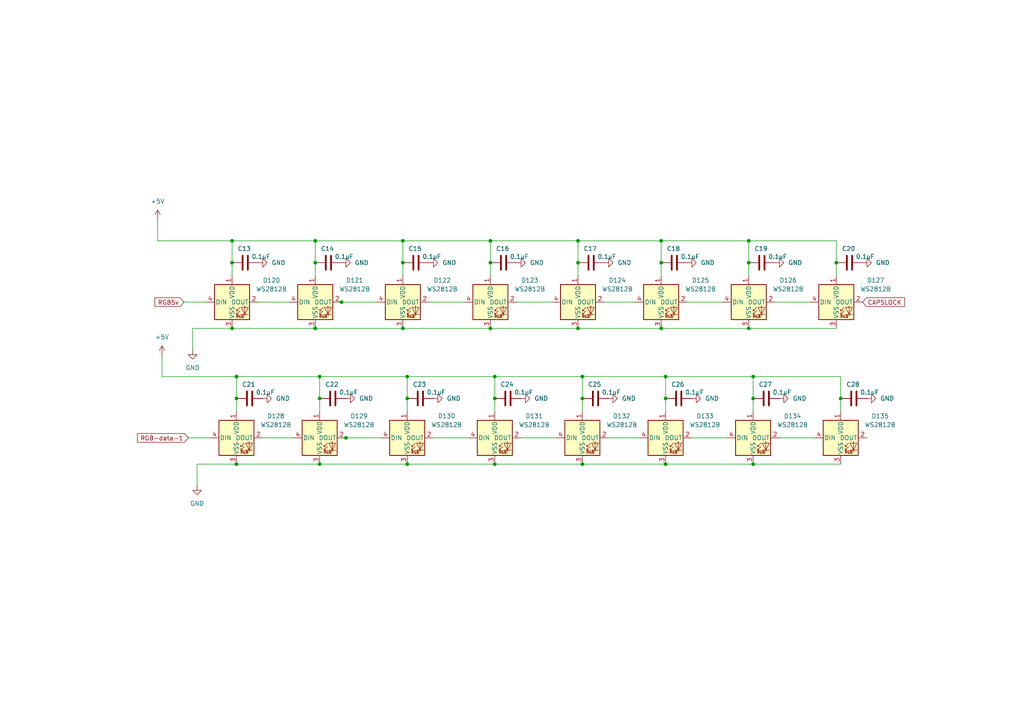
<source format=kicad_sch>
(kicad_sch (version 20231120) (generator "eeschema") (generator_version "8.0")
  (paper "A4")
  (lib_symbols
    (symbol "Device:C" (pin_numbers hide) (pin_names (offset 0.254))
      (property "Reference" "C" (at 0.635 2.54 0))
      (property "Value" "C" (at 0.635 -2.54 0))
      (symbol "C_0_1"
        (polyline (pts (xy -2.032 -0.762) (xy 2.032 -0.762)) (stroke (width 0.508)))
        (polyline (pts (xy -2.032 0.762) (xy 2.032 0.762)) (stroke (width 0.508)))
      )
      (symbol "C_1_1"
        (pin passive line (at 0 3.81 270) (length 2.794) (name "~") (number "1"))
        (pin passive line (at 0 -3.81 90) (length 2.794) (name "~") (number "2"))
      )
    )
    (symbol "LED:WS2812B" (pin_names (offset 0.254))
      (property "Reference" "D" (at 5.08 5.715 0))
      (property "Value" "WS2812B" (at 1.27 -5.715 0))
      (symbol "WS2812B_0_0"
        (text "RGB" (at 2.286 -4.191 0) (effects (font (size 0.762 0.762))))
      )
      (symbol "WS2812B_0_1"
        (polyline (pts (xy 1.27 -3.556) (xy 1.778 -3.556)))
        (polyline (pts (xy 1.27 -2.54) (xy 1.778 -2.54)))
        (polyline (pts (xy 4.699 -3.556) (xy 2.667 -3.556)))
        (polyline (pts (xy 2.286 -2.54) (xy 1.27 -3.556) (xy 1.27 -3.048)))
        (polyline (pts (xy 2.286 -1.524) (xy 1.27 -2.54) (xy 1.27 -2.032)))
        (polyline (pts (xy 3.683 -1.016) (xy 3.683 -3.556) (xy 3.683 -4.064)))
        (polyline (pts (xy 4.699 -1.524) (xy 2.667 -1.524) (xy 3.683 -3.556) (xy 4.699 -1.524)))
        (rectangle (start 5.08 5.08) (end -5.08 -5.08) (stroke (width 0.254)) (fill (type background)))
      )
      (symbol "WS2812B_1_1"
        (pin power_in line (at 0 7.62 270) (length 2.54) (name "VDD") (number "1"))
        (pin output line (at 7.62 0 180) (length 2.54) (name "DOUT") (number "2"))
        (pin power_in line (at 0 -7.62 90) (length 2.54) (name "VSS") (number "3"))
        (pin input line (at -7.62 0 0) (length 2.54) (name "DIN") (number "4"))
      )
    )
    (symbol "power:+5V" (power) (pin_numbers hide) (pin_names (offset 0) hide)
      (property "Value" "+5V" (at 0 3.556 0))
      (symbol "+5V_0_1"
        (polyline (pts (xy -0.762 1.27) (xy 0 2.54)))
        (polyline (pts (xy 0 0) (xy 0 2.54)))
        (polyline (pts (xy 0 2.54) (xy 0.762 1.27)))
      )
      (symbol "+5V_1_1"
        (pin power_in line (at 0 0 90) (length 0) (name "~") (number "1"))
      )
    )
    (symbol "power:GND" (power) (pin_numbers hide) (pin_names (offset 0) hide)
      (property "Value" "GND" (at 0 -3.81 0))
      (symbol "GND_0_1"
        (polyline (pts (xy 0 0) (xy 0 -1.27) (xy 1.27 -1.27) (xy 0 -2.54) (xy -1.27 -1.27) (xy 0 -1.27)))
      )
      (symbol "GND_1_1"
        (pin power_in line (at 0 0 270) (length 0) (name "~") (number "1"))
      )
    )
  )
  (junction (at 217.17 69.85))
  (junction (at 68.58 134.62))
  (junction (at 242.57 76.2))
  (junction (at 142.24 76.2))
  (junction (at 167.64 76.2))
  (junction (at 218.44 134.62))
  (junction (at 142.24 69.85))
  (junction (at 116.84 76.2))
  (junction (at 217.17 76.2))
  (junction (at 143.51 134.62))
  (junction (at 116.84 95.25))
  (junction (at 191.77 95.25))
  (junction (at 68.58 115.57))
  (junction (at 143.51 109.22))
  (junction (at 191.77 69.85))
  (junction (at 67.31 69.85))
  (junction (at 118.11 109.22))
  (junction (at 100.33 127))
  (junction (at 218.44 109.22))
  (junction (at 91.44 95.25))
  (junction (at 168.91 134.62))
  (junction (at 68.58 109.22))
  (junction (at 167.64 95.25))
  (junction (at 167.64 69.85))
  (junction (at 91.44 69.85))
  (junction (at 92.71 109.22))
  (junction (at 91.44 76.2))
  (junction (at 193.04 115.57))
  (junction (at 217.17 95.25))
  (junction (at 143.51 115.57))
  (junction (at 191.77 76.2))
  (junction (at 67.31 76.2))
  (junction (at 116.84 69.85))
  (junction (at 193.04 134.62))
  (junction (at 99.06 87.63))
  (junction (at 118.11 115.57))
  (junction (at 168.91 115.57))
  (junction (at 67.31 95.25))
  (junction (at 218.44 115.57))
  (junction (at 92.71 115.57))
  (junction (at 92.71 134.62))
  (junction (at 118.11 134.62))
  (junction (at 193.04 109.22))
  (junction (at 142.24 95.25))
  (junction (at 168.91 109.22))
  (junction (at 243.84 115.57))
  (wire (pts (xy 193.04 109.22) (xy 218.44 109.22)))
  (wire (pts (xy 116.84 69.85) (xy 116.84 76.2)))
  (wire (pts (xy 243.84 115.57) (xy 243.84 119.38)))
  (wire (pts (xy 118.11 115.57) (xy 118.11 119.38)))
  (wire (pts (xy 45.72 63.5) (xy 45.72 69.85)))
  (wire (pts (xy 116.84 76.2) (xy 116.84 80.01)))
  (wire (pts (xy 175.26 87.63) (xy 184.15 87.63)))
  (wire (pts (xy 143.51 109.22) (xy 143.51 115.57)))
  (wire (pts (xy 91.44 76.2) (xy 91.44 80.01)))
  (wire (pts (xy 218.44 109.22) (xy 243.84 109.22)))
  (wire (pts (xy 100.33 127) (xy 110.49 127)))
  (wire (pts (xy 191.77 69.85) (xy 217.17 69.85)))
  (wire (pts (xy 74.93 87.63) (xy 83.82 87.63)))
  (wire (pts (xy 116.84 69.85) (xy 142.24 69.85)))
  (wire (pts (xy 91.44 95.25) (xy 116.84 95.25)))
  (wire (pts (xy 67.31 69.85) (xy 67.31 76.2)))
  (wire (pts (xy 217.17 69.85) (xy 217.17 76.2)))
  (wire (pts (xy 67.31 76.2) (xy 67.31 80.01)))
  (wire (pts (xy 168.91 109.22) (xy 168.91 115.57)))
  (wire (pts (xy 200.66 127) (xy 210.82 127)))
  (wire (pts (xy 226.06 127) (xy 236.22 127)))
  (wire (pts (xy 191.77 76.2) (xy 191.77 80.01)))
  (wire (pts (xy 218.44 134.62) (xy 243.84 134.62)))
  (wire (pts (xy 218.44 115.57) (xy 218.44 119.38)))
  (wire (pts (xy 167.64 95.25) (xy 191.77 95.25)))
  (wire (pts (xy 142.24 95.25) (xy 167.64 95.25)))
  (wire (pts (xy 97.79 87.63) (xy 99.06 87.63)))
  (wire (pts (xy 92.71 134.62) (xy 118.11 134.62)))
  (wire (pts (xy 193.04 115.57) (xy 193.04 119.38)))
  (wire (pts (xy 168.91 134.62) (xy 193.04 134.62)))
  (wire (pts (xy 191.77 69.85) (xy 191.77 76.2)))
  (wire (pts (xy 92.71 115.57) (xy 92.71 119.38)))
  (wire (pts (xy 53.34 87.63) (xy 59.69 87.63)))
  (wire (pts (xy 99.06 87.63) (xy 109.22 87.63)))
  (wire (pts (xy 176.53 127) (xy 185.42 127)))
  (wire (pts (xy 124.46 87.63) (xy 134.62 87.63)))
  (wire (pts (xy 57.15 140.97) (xy 57.15 134.62)))
  (wire (pts (xy 142.24 69.85) (xy 167.64 69.85)))
  (wire (pts (xy 46.99 102.87) (xy 46.99 109.22)))
  (wire (pts (xy 191.77 95.25) (xy 217.17 95.25)))
  (wire (pts (xy 92.71 109.22) (xy 118.11 109.22)))
  (wire (pts (xy 116.84 95.25) (xy 142.24 95.25)))
  (wire (pts (xy 243.84 109.22) (xy 243.84 115.57)))
  (wire (pts (xy 217.17 95.25) (xy 242.57 95.25)))
  (wire (pts (xy 118.11 109.22) (xy 143.51 109.22)))
  (wire (pts (xy 67.31 69.85) (xy 91.44 69.85)))
  (wire (pts (xy 217.17 76.2) (xy 217.17 80.01)))
  (wire (pts (xy 142.24 69.85) (xy 142.24 76.2)))
  (wire (pts (xy 167.64 69.85) (xy 167.64 76.2)))
  (wire (pts (xy 54.61 127) (xy 60.96 127)))
  (wire (pts (xy 199.39 87.63) (xy 209.55 87.63)))
  (wire (pts (xy 242.57 76.2) (xy 242.57 80.01)))
  (wire (pts (xy 218.44 109.22) (xy 218.44 115.57)))
  (wire (pts (xy 92.71 109.22) (xy 92.71 115.57)))
  (wire (pts (xy 167.64 76.2) (xy 167.64 80.01)))
  (wire (pts (xy 193.04 134.62) (xy 218.44 134.62)))
  (wire (pts (xy 118.11 134.62) (xy 143.51 134.62)))
  (wire (pts (xy 168.91 115.57) (xy 168.91 119.38)))
  (wire (pts (xy 143.51 109.22) (xy 168.91 109.22)))
  (wire (pts (xy 224.79 87.63) (xy 234.95 87.63)))
  (wire (pts (xy 193.04 109.22) (xy 193.04 115.57)))
  (wire (pts (xy 45.72 69.85) (xy 67.31 69.85)))
  (wire (pts (xy 55.88 101.6) (xy 55.88 95.25)))
  (wire (pts (xy 76.2 127) (xy 85.09 127)))
  (wire (pts (xy 46.99 109.22) (xy 68.58 109.22)))
  (wire (pts (xy 68.58 134.62) (xy 92.71 134.62)))
  (wire (pts (xy 151.13 127) (xy 161.29 127)))
  (wire (pts (xy 167.64 69.85) (xy 191.77 69.85)))
  (wire (pts (xy 91.44 69.85) (xy 116.84 69.85)))
  (wire (pts (xy 217.17 69.85) (xy 242.57 69.85)))
  (wire (pts (xy 125.73 127) (xy 135.89 127)))
  (wire (pts (xy 149.86 87.63) (xy 160.02 87.63)))
  (wire (pts (xy 68.58 115.57) (xy 68.58 119.38)))
  (wire (pts (xy 55.88 95.25) (xy 67.31 95.25)))
  (wire (pts (xy 242.57 69.85) (xy 242.57 76.2)))
  (wire (pts (xy 142.24 76.2) (xy 142.24 80.01)))
  (wire (pts (xy 91.44 69.85) (xy 91.44 76.2)))
  (wire (pts (xy 68.58 109.22) (xy 92.71 109.22)))
  (wire (pts (xy 143.51 115.57) (xy 143.51 119.38)))
  (wire (pts (xy 99.06 127) (xy 100.33 127)))
  (wire (pts (xy 143.51 134.62) (xy 168.91 134.62)))
  (wire (pts (xy 68.58 109.22) (xy 68.58 115.57)))
  (wire (pts (xy 118.11 109.22) (xy 118.11 115.57)))
  (wire (pts (xy 67.31 95.25) (xy 91.44 95.25)))
  (wire (pts (xy 57.15 134.62) (xy 68.58 134.62)))
  (wire (pts (xy 168.91 109.22) (xy 193.04 109.22)))
  (global_label "CAPSLOCK" (shape input) (at 250.19 87.63 0) (property "Intersheetrefs" "${INTERSHEET_REFS}" (effects (hide yes))))
  (global_label "RGB-data-1" (shape input) (at 54.61 127 180) (property "Intersheetrefs" "${INTERSHEET_REFS}" (effects (hide yes))))
  (global_label "RGB5v" (shape input) (at 53.34 87.63 180) (property "Intersheetrefs" "${INTERSHEET_REFS}" (effects (hide yes))))
  (symbol (lib_id "LED:WS2812B") (at 91.44 87.63 0) (unit 1)
    (property "Reference" "D121" (at 102.87 81.3114 0))
    (property "Value" "WS2812B" (at 102.87 83.8514 0))
    (property "Footprint" "LED_SMD:LED_WS2812B_PLCC4_5.0x5.0mm_P3.2mm" (effects (hide yes)))
    (property "Datasheet" "https://cdn-shop.adafruit.com/datasheets/WS2812B.pdf" (effects (hide yes)))
    (property "Description" "RGB LED with integrated controller" (effects (hide yes)))
  )
  (symbol (lib_id "power:GND") (at 224.79 76.2 90) (unit 1)
    (property "Reference" "#PWR041" (effects (hide yes)))
    (property "Value" "GND" (at 228.6 76.1999 90) (effects (justify right)))
    (property "Description" "Power symbol creates a global label with name \"GND\" , ground" (effects (hide yes)))
  )
  (symbol (lib_id "Device:C") (at 95.25 76.2 90) (unit 1)
    (property "Reference" "C14" (at 94.996 72.136 90))
    (property "Value" "0.1uF" (at 99.822 74.422 90))
    (property "Footprint" "Capacitor_SMD:C_0402_1005Metric" (effects (hide yes)))
    (property "Description" "Unpolarized capacitor" (effects (hide yes)))
  )
  (symbol (lib_id "power:GND") (at 226.06 115.57 90) (unit 1)
    (property "Reference" "#PWR044" (effects (hide yes)))
    (property "Value" "GND" (at 229.87 115.5699 90) (effects (justify right)))
    (property "Description" "Power symbol creates a global label with name \"GND\" , ground" (effects (hide yes)))
  )
  (symbol (lib_id "power:GND") (at 57.15 140.97 0) (unit 1)
    (property "Reference" "#PWR027" (effects (hide yes)))
    (property "Value" "GND" (at 57.15 146.05 0))
    (property "Description" "Power symbol creates a global label with name \"GND\" , ground" (effects (hide yes)))
  )
  (symbol (lib_id "Device:C") (at 246.38 76.2 90) (unit 1)
    (property "Reference" "C20" (at 246.126 72.136 90))
    (property "Value" "0.1uF" (at 250.952 74.422 90))
    (property "Footprint" "Capacitor_SMD:C_0402_1005Metric" (effects (hide yes)))
    (property "Description" "Unpolarized capacitor" (effects (hide yes)))
  )
  (symbol (lib_id "Device:C") (at 147.32 115.57 90) (unit 1)
    (property "Reference" "C24" (at 147.066 111.506 90))
    (property "Value" "0.1uF" (at 151.892 113.792 90))
    (property "Footprint" "Capacitor_SMD:C_0402_1005Metric" (effects (hide yes)))
    (property "Description" "Unpolarized capacitor" (effects (hide yes)))
  )
  (symbol (lib_id "power:GND") (at 76.2 115.57 90) (unit 1)
    (property "Reference" "#PWR050" (effects (hide yes)))
    (property "Value" "GND" (at 80.01 115.5699 90) (effects (justify right)))
    (property "Description" "Power symbol creates a global label with name \"GND\" , ground" (effects (hide yes)))
  )
  (symbol (lib_id "power:GND") (at 251.46 115.57 90) (unit 1)
    (property "Reference" "#PWR043" (effects (hide yes)))
    (property "Value" "GND" (at 255.27 115.5699 90) (effects (justify right)))
    (property "Description" "Power symbol creates a global label with name \"GND\" , ground" (effects (hide yes)))
  )
  (symbol (lib_id "Device:C") (at 172.72 115.57 90) (unit 1)
    (property "Reference" "C25" (at 172.466 111.506 90))
    (property "Value" "0.1uF" (at 177.292 113.792 90))
    (property "Footprint" "Capacitor_SMD:C_0402_1005Metric" (effects (hide yes)))
    (property "Description" "Unpolarized capacitor" (effects (hide yes)))
  )
  (symbol (lib_id "LED:WS2812B") (at 242.57 87.63 0) (unit 1)
    (property "Reference" "D127" (at 254 81.3114 0))
    (property "Value" "WS2812B" (at 254 83.8514 0))
    (property "Footprint" "LED_SMD:LED_WS2812B_PLCC4_5.0x5.0mm_P3.2mm" (effects (hide yes)))
    (property "Datasheet" "https://cdn-shop.adafruit.com/datasheets/WS2812B.pdf" (effects (hide yes)))
    (property "Description" "RGB LED with integrated controller" (effects (hide yes)))
  )
  (symbol (lib_id "power:GND") (at 199.39 76.2 90) (unit 1)
    (property "Reference" "#PWR040" (effects (hide yes)))
    (property "Value" "GND" (at 203.2 76.1999 90) (effects (justify right)))
    (property "Description" "Power symbol creates a global label with name \"GND\" , ground" (effects (hide yes)))
  )
  (symbol (lib_id "Device:C") (at 120.65 76.2 90) (unit 1)
    (property "Reference" "C15" (at 120.396 72.136 90))
    (property "Value" "0.1uF" (at 125.222 74.422 90))
    (property "Footprint" "Capacitor_SMD:C_0402_1005Metric" (effects (hide yes)))
    (property "Description" "Unpolarized capacitor" (effects (hide yes)))
  )
  (symbol (lib_id "power:GND") (at 200.66 115.57 90) (unit 1)
    (property "Reference" "#PWR045" (effects (hide yes)))
    (property "Value" "GND" (at 204.47 115.5699 90) (effects (justify right)))
    (property "Description" "Power symbol creates a global label with name \"GND\" , ground" (effects (hide yes)))
  )
  (symbol (lib_id "power:GND") (at 55.88 101.6 0) (unit 1)
    (property "Reference" "#PWR025" (effects (hide yes)))
    (property "Value" "GND" (at 55.88 106.68 0))
    (property "Description" "Power symbol creates a global label with name \"GND\" , ground" (effects (hide yes)))
  )
  (symbol (lib_id "power:GND") (at 149.86 76.2 90) (unit 1)
    (property "Reference" "#PWR038" (effects (hide yes)))
    (property "Value" "GND" (at 153.67 76.1999 90) (effects (justify right)))
    (property "Description" "Power symbol creates a global label with name \"GND\" , ground" (effects (hide yes)))
  )
  (symbol (lib_id "LED:WS2812B") (at 218.44 127 0) (unit 1)
    (property "Reference" "D134" (at 229.87 120.6814 0))
    (property "Value" "WS2812B" (at 229.87 123.2214 0))
    (property "Footprint" "LED_SMD:LED_WS2812B_PLCC4_5.0x5.0mm_P3.2mm" (effects (hide yes)))
    (property "Datasheet" "https://cdn-shop.adafruit.com/datasheets/WS2812B.pdf" (effects (hide yes)))
    (property "Description" "RGB LED with integrated controller" (effects (hide yes)))
  )
  (symbol (lib_id "LED:WS2812B") (at 243.84 127 0) (unit 1)
    (property "Reference" "D135" (at 255.27 120.6814 0))
    (property "Value" "WS2812B" (at 255.27 123.2214 0))
    (property "Footprint" "LED_SMD:LED_WS2812B_PLCC4_5.0x5.0mm_P3.2mm" (effects (hide yes)))
    (property "Datasheet" "https://cdn-shop.adafruit.com/datasheets/WS2812B.pdf" (effects (hide yes)))
    (property "Description" "RGB LED with integrated controller" (effects (hide yes)))
  )
  (symbol (lib_id "LED:WS2812B") (at 143.51 127 0) (unit 1)
    (property "Reference" "D131" (at 154.94 120.6814 0))
    (property "Value" "WS2812B" (at 154.94 123.2214 0))
    (property "Footprint" "LED_SMD:LED_WS2812B_PLCC4_5.0x5.0mm_P3.2mm" (effects (hide yes)))
    (property "Datasheet" "https://cdn-shop.adafruit.com/datasheets/WS2812B.pdf" (effects (hide yes)))
    (property "Description" "RGB LED with integrated controller" (effects (hide yes)))
  )
  (symbol (lib_id "Device:C") (at 72.39 115.57 90) (unit 1)
    (property "Reference" "C21" (at 72.136 111.506 90))
    (property "Value" "0.1uF" (at 76.962 113.792 90))
    (property "Footprint" "Capacitor_SMD:C_0402_1005Metric" (effects (hide yes)))
    (property "Description" "Unpolarized capacitor" (effects (hide yes)))
  )
  (symbol (lib_id "LED:WS2812B") (at 68.58 127 0) (unit 1)
    (property "Reference" "D128" (at 80.01 120.6814 0))
    (property "Value" "WS2812B" (at 80.01 123.2214 0))
    (property "Footprint" "LED_SMD:LED_WS2812B_PLCC4_5.0x5.0mm_P3.2mm" (effects (hide yes)))
    (property "Datasheet" "https://cdn-shop.adafruit.com/datasheets/WS2812B.pdf" (effects (hide yes)))
    (property "Description" "RGB LED with integrated controller" (effects (hide yes)))
  )
  (symbol (lib_id "power:GND") (at 74.93 76.2 90) (unit 1)
    (property "Reference" "#PWR035" (effects (hide yes)))
    (property "Value" "GND" (at 78.74 76.1999 90) (effects (justify right)))
    (property "Description" "Power symbol creates a global label with name \"GND\" , ground" (effects (hide yes)))
  )
  (symbol (lib_id "power:GND") (at 124.46 76.2 90) (unit 1)
    (property "Reference" "#PWR037" (effects (hide yes)))
    (property "Value" "GND" (at 128.27 76.1999 90) (effects (justify right)))
    (property "Description" "Power symbol creates a global label with name \"GND\" , ground" (effects (hide yes)))
  )
  (symbol (lib_id "Device:C") (at 220.98 76.2 90) (unit 1)
    (property "Reference" "C19" (at 220.726 72.136 90))
    (property "Value" "0.1uF" (at 225.552 74.422 90))
    (property "Footprint" "Capacitor_SMD:C_0402_1005Metric" (effects (hide yes)))
    (property "Description" "Unpolarized capacitor" (effects (hide yes)))
  )
  (symbol (lib_id "power:GND") (at 125.73 115.57 90) (unit 1)
    (property "Reference" "#PWR048" (effects (hide yes)))
    (property "Value" "GND" (at 129.54 115.5699 90) (effects (justify right)))
    (property "Description" "Power symbol creates a global label with name \"GND\" , ground" (effects (hide yes)))
  )
  (symbol (lib_id "LED:WS2812B") (at 191.77 87.63 0) (unit 1)
    (property "Reference" "D125" (at 203.2 81.3114 0))
    (property "Value" "WS2812B" (at 203.2 83.8514 0))
    (property "Footprint" "LED_SMD:LED_WS2812B_PLCC4_5.0x5.0mm_P3.2mm" (effects (hide yes)))
    (property "Datasheet" "https://cdn-shop.adafruit.com/datasheets/WS2812B.pdf" (effects (hide yes)))
    (property "Description" "RGB LED with integrated controller" (effects (hide yes)))
  )
  (symbol (lib_id "LED:WS2812B") (at 142.24 87.63 0) (unit 1)
    (property "Reference" "D123" (at 153.67 81.3114 0))
    (property "Value" "WS2812B" (at 153.67 83.8514 0))
    (property "Footprint" "LED_SMD:LED_WS2812B_PLCC4_5.0x5.0mm_P3.2mm" (effects (hide yes)))
    (property "Datasheet" "https://cdn-shop.adafruit.com/datasheets/WS2812B.pdf" (effects (hide yes)))
    (property "Description" "RGB LED with integrated controller" (effects (hide yes)))
  )
  (symbol (lib_id "LED:WS2812B") (at 92.71 127 0) (unit 1)
    (property "Reference" "D129" (at 104.14 120.6814 0))
    (property "Value" "WS2812B" (at 104.14 123.2214 0))
    (property "Footprint" "LED_SMD:LED_WS2812B_PLCC4_5.0x5.0mm_P3.2mm" (effects (hide yes)))
    (property "Datasheet" "https://cdn-shop.adafruit.com/datasheets/WS2812B.pdf" (effects (hide yes)))
    (property "Description" "RGB LED with integrated controller" (effects (hide yes)))
  )
  (symbol (lib_id "power:GND") (at 175.26 76.2 90) (unit 1)
    (property "Reference" "#PWR039" (effects (hide yes)))
    (property "Value" "GND" (at 179.07 76.1999 90) (effects (justify right)))
    (property "Description" "Power symbol creates a global label with name \"GND\" , ground" (effects (hide yes)))
  )
  (symbol (lib_id "LED:WS2812B") (at 118.11 127 0) (unit 1)
    (property "Reference" "D130" (at 129.54 120.6814 0))
    (property "Value" "WS2812B" (at 129.54 123.2214 0))
    (property "Footprint" "LED_SMD:LED_WS2812B_PLCC4_5.0x5.0mm_P3.2mm" (effects (hide yes)))
    (property "Datasheet" "https://cdn-shop.adafruit.com/datasheets/WS2812B.pdf" (effects (hide yes)))
    (property "Description" "RGB LED with integrated controller" (effects (hide yes)))
  )
  (symbol (lib_id "Device:C") (at 195.58 76.2 90) (unit 1)
    (property "Reference" "C18" (at 195.326 72.136 90))
    (property "Value" "0.1uF" (at 200.152 74.422 90))
    (property "Footprint" "Capacitor_SMD:C_0402_1005Metric" (effects (hide yes)))
    (property "Description" "Unpolarized capacitor" (effects (hide yes)))
  )
  (symbol (lib_id "power:GND") (at 250.19 76.2 90) (unit 1)
    (property "Reference" "#PWR042" (effects (hide yes)))
    (property "Value" "GND" (at 254 76.1999 90) (effects (justify right)))
    (property "Description" "Power symbol creates a global label with name \"GND\" , ground" (effects (hide yes)))
  )
  (symbol (lib_id "Device:C") (at 222.25 115.57 90) (unit 1)
    (property "Reference" "C27" (at 221.996 111.506 90))
    (property "Value" "0.1uF" (at 226.822 113.792 90))
    (property "Footprint" "Capacitor_SMD:C_0402_1005Metric" (effects (hide yes)))
    (property "Description" "Unpolarized capacitor" (effects (hide yes)))
  )
  (symbol (lib_id "power:GND") (at 100.33 115.57 90) (unit 1)
    (property "Reference" "#PWR049" (effects (hide yes)))
    (property "Value" "GND" (at 104.14 115.5699 90) (effects (justify right)))
    (property "Description" "Power symbol creates a global label with name \"GND\" , ground" (effects (hide yes)))
  )
  (symbol (lib_id "LED:WS2812B") (at 116.84 87.63 0) (unit 1)
    (property "Reference" "D122" (at 128.27 81.3114 0))
    (property "Value" "WS2812B" (at 128.27 83.8514 0))
    (property "Footprint" "LED_SMD:LED_WS2812B_PLCC4_5.0x5.0mm_P3.2mm" (effects (hide yes)))
    (property "Datasheet" "https://cdn-shop.adafruit.com/datasheets/WS2812B.pdf" (effects (hide yes)))
    (property "Description" "RGB LED with integrated controller" (effects (hide yes)))
  )
  (symbol (lib_id "Device:C") (at 121.92 115.57 90) (unit 1)
    (property "Reference" "C23" (at 121.666 111.506 90))
    (property "Value" "0.1uF" (at 126.492 113.792 90))
    (property "Footprint" "Capacitor_SMD:C_0402_1005Metric" (effects (hide yes)))
    (property "Description" "Unpolarized capacitor" (effects (hide yes)))
  )
  (symbol (lib_id "power:+5V") (at 45.72 63.5 0) (unit 1)
    (property "Reference" "#PWR024" (effects (hide yes)))
    (property "Value" "+5V" (at 45.72 58.42 0))
    (property "Description" "Power symbol creates a global label with name \"+5V\"" (effects (hide yes)))
  )
  (symbol (lib_id "Device:C") (at 96.52 115.57 90) (unit 1)
    (property "Reference" "C22" (at 96.266 111.506 90))
    (property "Value" "0.1uF" (at 101.092 113.792 90))
    (property "Footprint" "Capacitor_SMD:C_0402_1005Metric" (effects (hide yes)))
    (property "Description" "Unpolarized capacitor" (effects (hide yes)))
  )
  (symbol (lib_id "Device:C") (at 71.12 76.2 90) (unit 1)
    (property "Reference" "C13" (at 70.866 72.136 90))
    (property "Value" "0.1uF" (at 75.692 74.422 90))
    (property "Footprint" "Capacitor_SMD:C_0402_1005Metric" (effects (hide yes)))
    (property "Description" "Unpolarized capacitor" (effects (hide yes)))
  )
  (symbol (lib_id "power:+5V") (at 46.99 102.87 0) (unit 1)
    (property "Reference" "#PWR026" (effects (hide yes)))
    (property "Value" "+5V" (at 46.99 97.79 0))
    (property "Description" "Power symbol creates a global label with name \"+5V\"" (effects (hide yes)))
  )
  (symbol (lib_id "LED:WS2812B") (at 217.17 87.63 0) (unit 1)
    (property "Reference" "D126" (at 228.6 81.3114 0))
    (property "Value" "WS2812B" (at 228.6 83.8514 0))
    (property "Footprint" "LED_SMD:LED_WS2812B_PLCC4_5.0x5.0mm_P3.2mm" (effects (hide yes)))
    (property "Datasheet" "https://cdn-shop.adafruit.com/datasheets/WS2812B.pdf" (effects (hide yes)))
    (property "Description" "RGB LED with integrated controller" (effects (hide yes)))
  )
  (symbol (lib_id "Device:C") (at 196.85 115.57 90) (unit 1)
    (property "Reference" "C26" (at 196.596 111.506 90))
    (property "Value" "0.1uF" (at 201.422 113.792 90))
    (property "Footprint" "Capacitor_SMD:C_0402_1005Metric" (effects (hide yes)))
    (property "Description" "Unpolarized capacitor" (effects (hide yes)))
  )
  (symbol (lib_id "Device:C") (at 247.65 115.57 90) (unit 1)
    (property "Reference" "C28" (at 247.396 111.506 90))
    (property "Value" "0.1uF" (at 252.222 113.792 90))
    (property "Footprint" "Capacitor_SMD:C_0402_1005Metric" (effects (hide yes)))
    (property "Description" "Unpolarized capacitor" (effects (hide yes)))
  )
  (symbol (lib_id "power:GND") (at 151.13 115.57 90) (unit 1)
    (property "Reference" "#PWR047" (effects (hide yes)))
    (property "Value" "GND" (at 154.94 115.5699 90) (effects (justify right)))
    (property "Description" "Power symbol creates a global label with name \"GND\" , ground" (effects (hide yes)))
  )
  (symbol (lib_id "power:GND") (at 176.53 115.57 90) (unit 1)
    (property "Reference" "#PWR046" (effects (hide yes)))
    (property "Value" "GND" (at 180.34 115.5699 90) (effects (justify right)))
    (property "Description" "Power symbol creates a global label with name \"GND\" , ground" (effects (hide yes)))
  )
  (symbol (lib_id "power:GND") (at 99.06 76.2 90) (unit 1)
    (property "Reference" "#PWR036" (effects (hide yes)))
    (property "Value" "GND" (at 102.87 76.1999 90) (effects (justify right)))
    (property "Description" "Power symbol creates a global label with name \"GND\" , ground" (effects (hide yes)))
  )
  (symbol (lib_id "Device:C") (at 146.05 76.2 90) (unit 1)
    (property "Reference" "C16" (at 145.796 72.136 90))
    (property "Value" "0.1uF" (at 150.622 74.422 90))
    (property "Footprint" "Capacitor_SMD:C_0402_1005Metric" (effects (hide yes)))
    (property "Description" "Unpolarized capacitor" (effects (hide yes)))
  )
  (symbol (lib_id "LED:WS2812B") (at 67.31 87.63 0) (unit 1)
    (property "Reference" "D120" (at 78.74 81.3114 0))
    (property "Value" "WS2812B" (at 78.74 83.8514 0))
    (property "Footprint" "LED_SMD:LED_WS2812B_PLCC4_5.0x5.0mm_P3.2mm" (effects (hide yes)))
    (property "Datasheet" "https://cdn-shop.adafruit.com/datasheets/WS2812B.pdf" (effects (hide yes)))
    (property "Description" "RGB LED with integrated controller" (effects (hide yes)))
  )
  (symbol (lib_id "LED:WS2812B") (at 193.04 127 0) (unit 1)
    (property "Reference" "D133" (at 204.47 120.6814 0))
    (property "Value" "WS2812B" (at 204.47 123.2214 0))
    (property "Footprint" "LED_SMD:LED_WS2812B_PLCC4_5.0x5.0mm_P3.2mm" (effects (hide yes)))
    (property "Datasheet" "https://cdn-shop.adafruit.com/datasheets/WS2812B.pdf" (effects (hide yes)))
    (property "Description" "RGB LED with integrated controller" (effects (hide yes)))
  )
  (symbol (lib_id "LED:WS2812B") (at 167.64 87.63 0) (unit 1)
    (property "Reference" "D124" (at 179.07 81.3114 0))
    (property "Value" "WS2812B" (at 179.07 83.8514 0))
    (property "Footprint" "LED_SMD:LED_WS2812B_PLCC4_5.0x5.0mm_P3.2mm" (effects (hide yes)))
    (property "Datasheet" "https://cdn-shop.adafruit.com/datasheets/WS2812B.pdf" (effects (hide yes)))
    (property "Description" "RGB LED with integrated controller" (effects (hide yes)))
  )
  (symbol (lib_id "Device:C") (at 171.45 76.2 90) (unit 1)
    (property "Reference" "C17" (at 171.196 72.136 90))
    (property "Value" "0.1uF" (at 176.022 74.422 90))
    (property "Footprint" "Capacitor_SMD:C_0402_1005Metric" (effects (hide yes)))
    (property "Description" "Unpolarized capacitor" (effects (hide yes)))
  )
  (symbol (lib_id "LED:WS2812B") (at 168.91 127 0) (unit 1)
    (property "Reference" "D132" (at 180.34 120.6814 0))
    (property "Value" "WS2812B" (at 180.34 123.2214 0))
    (property "Footprint" "LED_SMD:LED_WS2812B_PLCC4_5.0x5.0mm_P3.2mm" (effects (hide yes)))
    (property "Datasheet" "https://cdn-shop.adafruit.com/datasheets/WS2812B.pdf" (effects (hide yes)))
    (property "Description" "RGB LED with integrated controller" (effects (hide yes)))
  )
)
</source>
